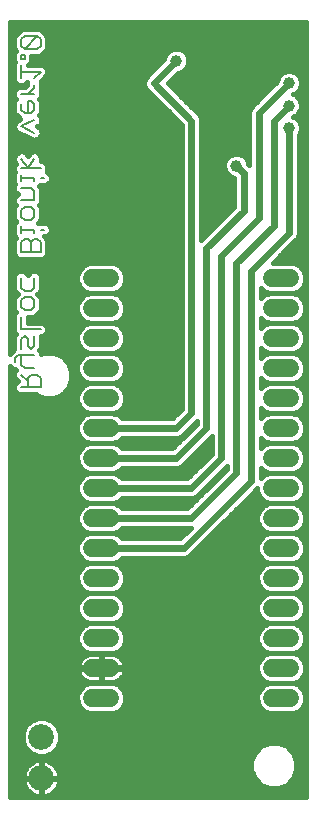
<source format=gbl>
G75*
%MOIN*%
%OFA0B0*%
%FSLAX25Y25*%
%IPPOS*%
%LPD*%
%AMOC8*
5,1,8,0,0,1.08239X$1,22.5*
%
%ADD10C,0.00600*%
%ADD11C,0.06000*%
%ADD12C,0.08600*%
%ADD13C,0.01600*%
%ADD14C,0.02400*%
%ADD15C,0.03962*%
D10*
X0015985Y0140358D02*
X0022391Y0140358D01*
X0022391Y0143561D01*
X0021323Y0144628D01*
X0019188Y0144628D01*
X0018120Y0143561D01*
X0018120Y0140358D01*
X0018120Y0142493D02*
X0015985Y0144628D01*
X0017053Y0146804D02*
X0015985Y0147871D01*
X0015985Y0151074D01*
X0014917Y0151074D02*
X0013850Y0150006D01*
X0013850Y0148939D01*
X0014917Y0151074D02*
X0020255Y0151074D01*
X0019188Y0153249D02*
X0020255Y0154317D01*
X0020255Y0157519D01*
X0022391Y0159695D02*
X0015985Y0159695D01*
X0015985Y0163965D01*
X0017053Y0166140D02*
X0015985Y0167208D01*
X0015985Y0169343D01*
X0017053Y0170410D01*
X0019188Y0170410D01*
X0020255Y0169343D01*
X0020255Y0167208D01*
X0019188Y0166140D01*
X0017053Y0166140D01*
X0017053Y0172586D02*
X0015985Y0173653D01*
X0015985Y0176856D01*
X0017053Y0172586D02*
X0019188Y0172586D01*
X0020255Y0173653D01*
X0020255Y0176856D01*
X0019188Y0185477D02*
X0019188Y0188679D01*
X0018120Y0189747D01*
X0017053Y0189747D01*
X0015985Y0188679D01*
X0015985Y0185477D01*
X0022391Y0185477D01*
X0022391Y0188679D01*
X0021323Y0189747D01*
X0020255Y0189747D01*
X0019188Y0188679D01*
X0020255Y0191922D02*
X0020255Y0192990D01*
X0015985Y0192990D01*
X0015985Y0194057D02*
X0015985Y0191922D01*
X0017053Y0196219D02*
X0015985Y0197287D01*
X0015985Y0199422D01*
X0017053Y0200489D01*
X0019188Y0200489D01*
X0020255Y0199422D01*
X0020255Y0197287D01*
X0019188Y0196219D01*
X0017053Y0196219D01*
X0015985Y0202665D02*
X0020255Y0202665D01*
X0020255Y0205867D01*
X0019188Y0206935D01*
X0015985Y0206935D01*
X0015985Y0209110D02*
X0015985Y0211245D01*
X0015985Y0210178D02*
X0020255Y0210178D01*
X0020255Y0209110D01*
X0022391Y0210178D02*
X0023458Y0210178D01*
X0022391Y0213407D02*
X0015985Y0213407D01*
X0018120Y0213407D02*
X0015985Y0216610D01*
X0018120Y0213407D02*
X0020255Y0216610D01*
X0020255Y0225224D02*
X0015985Y0227359D01*
X0020255Y0229494D01*
X0019188Y0231669D02*
X0020255Y0232737D01*
X0020255Y0234872D01*
X0019188Y0235940D01*
X0018120Y0235940D01*
X0018120Y0231669D01*
X0017053Y0231669D02*
X0019188Y0231669D01*
X0017053Y0231669D02*
X0015985Y0232737D01*
X0015985Y0234872D01*
X0015985Y0238115D02*
X0020255Y0238115D01*
X0018120Y0238115D02*
X0020255Y0240250D01*
X0020255Y0241318D01*
X0020255Y0243486D02*
X0022391Y0245621D01*
X0015985Y0245621D01*
X0015985Y0243486D02*
X0015985Y0247756D01*
X0015985Y0249932D02*
X0015985Y0250999D01*
X0017053Y0250999D01*
X0017053Y0249932D01*
X0015985Y0249932D01*
X0017053Y0253154D02*
X0015985Y0254222D01*
X0015985Y0256357D01*
X0017053Y0257425D01*
X0021323Y0257425D01*
X0017053Y0253154D01*
X0021323Y0253154D01*
X0022391Y0254222D01*
X0022391Y0256357D01*
X0021323Y0257425D01*
X0022391Y0192990D02*
X0023458Y0192990D01*
X0017053Y0157519D02*
X0015985Y0156452D01*
X0015985Y0153249D01*
X0018120Y0156452D02*
X0017053Y0157519D01*
X0018120Y0156452D02*
X0018120Y0154317D01*
X0019188Y0153249D01*
X0020255Y0146804D02*
X0017053Y0146804D01*
D11*
X0039685Y0146800D02*
X0045685Y0146800D01*
X0045685Y0136800D02*
X0039685Y0136800D01*
X0039685Y0126800D02*
X0045685Y0126800D01*
X0045685Y0116800D02*
X0039685Y0116800D01*
X0039685Y0106800D02*
X0045685Y0106800D01*
X0045685Y0096800D02*
X0039685Y0096800D01*
X0039685Y0086800D02*
X0045685Y0086800D01*
X0045685Y0076800D02*
X0039685Y0076800D01*
X0039685Y0066800D02*
X0045685Y0066800D01*
X0045685Y0056800D02*
X0039685Y0056800D01*
X0039685Y0046800D02*
X0045685Y0046800D01*
X0045685Y0036800D02*
X0039685Y0036800D01*
X0039685Y0156800D02*
X0045685Y0156800D01*
X0045685Y0166800D02*
X0039685Y0166800D01*
X0039685Y0176800D02*
X0045685Y0176800D01*
X0099685Y0176800D02*
X0105685Y0176800D01*
X0105685Y0166800D02*
X0099685Y0166800D01*
X0099685Y0156800D02*
X0105685Y0156800D01*
X0105685Y0146800D02*
X0099685Y0146800D01*
X0099685Y0136800D02*
X0105685Y0136800D01*
X0105685Y0126800D02*
X0099685Y0126800D01*
X0099685Y0116800D02*
X0105685Y0116800D01*
X0105685Y0106800D02*
X0099685Y0106800D01*
X0099685Y0096800D02*
X0105685Y0096800D01*
X0105685Y0086800D02*
X0099685Y0086800D01*
X0099685Y0076800D02*
X0105685Y0076800D01*
X0105685Y0066800D02*
X0099685Y0066800D01*
X0099685Y0056800D02*
X0105685Y0056800D01*
X0105685Y0046800D02*
X0099685Y0046800D01*
X0099685Y0036800D02*
X0105685Y0036800D01*
D12*
X0022685Y0023887D03*
X0022685Y0010107D03*
D13*
X0012185Y0003800D02*
X0012185Y0147351D01*
X0012897Y0146639D01*
X0013965Y0146639D01*
X0014354Y0146250D01*
X0013685Y0145581D01*
X0013685Y0143676D01*
X0014868Y0142493D01*
X0013685Y0141311D01*
X0013685Y0139405D01*
X0015032Y0138058D01*
X0020804Y0138058D01*
X0020930Y0137932D01*
X0023691Y0136788D01*
X0026679Y0136788D01*
X0029440Y0137932D01*
X0031553Y0140045D01*
X0032697Y0142806D01*
X0032697Y0145794D01*
X0031553Y0148555D01*
X0029440Y0150668D01*
X0026679Y0151812D01*
X0023691Y0151812D01*
X0022555Y0151341D01*
X0022555Y0152027D01*
X0021887Y0152695D01*
X0022555Y0153364D01*
X0022555Y0157395D01*
X0023343Y0157395D01*
X0024690Y0158742D01*
X0024690Y0160647D01*
X0023343Y0161995D01*
X0018285Y0161995D01*
X0018285Y0163840D01*
X0020140Y0163840D01*
X0020957Y0164657D01*
X0021208Y0164908D01*
X0021739Y0165438D01*
X0022555Y0166255D01*
X0022555Y0170295D01*
X0021353Y0171498D01*
X0021739Y0171884D01*
X0022555Y0172700D01*
X0022555Y0177809D01*
X0021208Y0179156D01*
X0019303Y0179156D01*
X0018120Y0177973D01*
X0016938Y0179156D01*
X0015032Y0179156D01*
X0013685Y0177809D01*
X0013685Y0172700D01*
X0014753Y0171633D01*
X0014753Y0171633D01*
X0014888Y0171498D01*
X0014753Y0171363D01*
X0014478Y0171089D01*
X0013685Y0170295D01*
X0013685Y0166255D01*
X0014354Y0165586D01*
X0013685Y0164918D01*
X0013685Y0158742D01*
X0014354Y0158073D01*
X0013685Y0157405D01*
X0013685Y0153094D01*
X0012897Y0152306D01*
X0012185Y0151594D01*
X0012185Y0262261D01*
X0110886Y0262261D01*
X0110886Y0003800D01*
X0012185Y0003800D01*
X0012185Y0005369D02*
X0018829Y0005369D01*
X0018711Y0005454D02*
X0019488Y0004890D01*
X0020343Y0004454D01*
X0021257Y0004157D01*
X0022205Y0004007D01*
X0022501Y0004007D01*
X0022501Y0009923D01*
X0022869Y0009923D01*
X0022869Y0004007D01*
X0023165Y0004007D01*
X0024113Y0004157D01*
X0025027Y0004454D01*
X0025882Y0004890D01*
X0026659Y0005454D01*
X0027338Y0006133D01*
X0027902Y0006910D01*
X0028338Y0007765D01*
X0028635Y0008679D01*
X0028785Y0009627D01*
X0028785Y0009923D01*
X0022869Y0009923D01*
X0022869Y0010291D01*
X0022501Y0010291D01*
X0022501Y0009923D01*
X0016585Y0009923D01*
X0016585Y0009627D01*
X0016735Y0008679D01*
X0017032Y0007765D01*
X0017468Y0006910D01*
X0018032Y0006133D01*
X0018711Y0005454D01*
X0017439Y0006967D02*
X0012185Y0006967D01*
X0012185Y0008566D02*
X0016772Y0008566D01*
X0016585Y0010291D02*
X0022501Y0010291D01*
X0022501Y0016207D01*
X0022205Y0016207D01*
X0021257Y0016057D01*
X0020343Y0015760D01*
X0019488Y0015324D01*
X0018711Y0014760D01*
X0018032Y0014081D01*
X0017468Y0013304D01*
X0017032Y0012449D01*
X0016735Y0011536D01*
X0016585Y0010587D01*
X0016585Y0010291D01*
X0016809Y0011763D02*
X0012185Y0011763D01*
X0012185Y0013361D02*
X0017509Y0013361D01*
X0018986Y0014960D02*
X0012185Y0014960D01*
X0012185Y0016558D02*
X0092990Y0016558D01*
X0092673Y0015794D02*
X0092673Y0012806D01*
X0093817Y0010045D01*
X0095930Y0007932D01*
X0098691Y0006788D01*
X0101679Y0006788D01*
X0104440Y0007932D01*
X0106553Y0010045D01*
X0107697Y0012806D01*
X0107697Y0015794D01*
X0106553Y0018555D01*
X0104440Y0020668D01*
X0101679Y0021812D01*
X0098691Y0021812D01*
X0095930Y0020668D01*
X0093817Y0018555D01*
X0092673Y0015794D01*
X0092673Y0014960D02*
X0026384Y0014960D01*
X0026659Y0014760D02*
X0025882Y0015324D01*
X0025027Y0015760D01*
X0024113Y0016057D01*
X0023165Y0016207D01*
X0022869Y0016207D01*
X0022869Y0010291D01*
X0028785Y0010291D01*
X0028785Y0010587D01*
X0028635Y0011536D01*
X0028338Y0012449D01*
X0027902Y0013304D01*
X0027338Y0014081D01*
X0026659Y0014760D01*
X0027861Y0013361D02*
X0092673Y0013361D01*
X0093105Y0011763D02*
X0028561Y0011763D01*
X0028598Y0008566D02*
X0095296Y0008566D01*
X0093767Y0010164D02*
X0022869Y0010164D01*
X0022501Y0010164D02*
X0012185Y0010164D01*
X0012185Y0018157D02*
X0020055Y0018157D01*
X0019116Y0018546D02*
X0021432Y0017587D01*
X0023938Y0017587D01*
X0026254Y0018546D01*
X0028026Y0020318D01*
X0028985Y0022633D01*
X0028985Y0025140D01*
X0028026Y0027455D01*
X0026254Y0029227D01*
X0023938Y0030187D01*
X0021432Y0030187D01*
X0019116Y0029227D01*
X0017344Y0027455D01*
X0016385Y0025140D01*
X0016385Y0022633D01*
X0017344Y0020318D01*
X0019116Y0018546D01*
X0017907Y0019755D02*
X0012185Y0019755D01*
X0012185Y0021354D02*
X0016915Y0021354D01*
X0016385Y0022952D02*
X0012185Y0022952D01*
X0012185Y0024551D02*
X0016385Y0024551D01*
X0016803Y0026149D02*
X0012185Y0026149D01*
X0012185Y0027748D02*
X0017637Y0027748D01*
X0019403Y0029346D02*
X0012185Y0029346D01*
X0012185Y0030945D02*
X0110886Y0030945D01*
X0110886Y0032543D02*
X0108474Y0032543D01*
X0108517Y0032561D02*
X0109924Y0033968D01*
X0110685Y0035805D01*
X0110685Y0037795D01*
X0109924Y0039632D01*
X0108517Y0041039D01*
X0106680Y0041800D01*
X0098690Y0041800D01*
X0096853Y0041039D01*
X0095446Y0039632D01*
X0094685Y0037795D01*
X0094685Y0035805D01*
X0095446Y0033968D01*
X0096853Y0032561D01*
X0098690Y0031800D01*
X0106680Y0031800D01*
X0108517Y0032561D01*
X0109996Y0034142D02*
X0110886Y0034142D01*
X0110886Y0035740D02*
X0110658Y0035740D01*
X0110685Y0037339D02*
X0110886Y0037339D01*
X0110886Y0038937D02*
X0110212Y0038937D01*
X0110886Y0040536D02*
X0109020Y0040536D01*
X0108517Y0042561D02*
X0109924Y0043968D01*
X0110685Y0045805D01*
X0110685Y0047795D01*
X0109924Y0049632D01*
X0108517Y0051039D01*
X0106680Y0051800D01*
X0098690Y0051800D01*
X0096853Y0051039D01*
X0095446Y0049632D01*
X0094685Y0047795D01*
X0094685Y0045805D01*
X0095446Y0043968D01*
X0096853Y0042561D01*
X0098690Y0041800D01*
X0106680Y0041800D01*
X0108517Y0042561D01*
X0107487Y0042134D02*
X0110886Y0042134D01*
X0110886Y0043733D02*
X0109689Y0043733D01*
X0110489Y0045332D02*
X0110886Y0045332D01*
X0110886Y0046930D02*
X0110685Y0046930D01*
X0110886Y0048529D02*
X0110381Y0048529D01*
X0110886Y0050127D02*
X0109429Y0050127D01*
X0110886Y0051726D02*
X0106859Y0051726D01*
X0106680Y0051800D02*
X0108517Y0052561D01*
X0109924Y0053968D01*
X0110685Y0055805D01*
X0110685Y0057795D01*
X0109924Y0059632D01*
X0108517Y0061039D01*
X0106680Y0061800D01*
X0098690Y0061800D01*
X0096853Y0061039D01*
X0095446Y0059632D01*
X0094685Y0057795D01*
X0094685Y0055805D01*
X0095446Y0053968D01*
X0096853Y0052561D01*
X0098690Y0051800D01*
X0106680Y0051800D01*
X0109280Y0053324D02*
X0110886Y0053324D01*
X0110886Y0054923D02*
X0110319Y0054923D01*
X0110685Y0056521D02*
X0110886Y0056521D01*
X0110886Y0058120D02*
X0110550Y0058120D01*
X0110886Y0059718D02*
X0109838Y0059718D01*
X0110886Y0061317D02*
X0107847Y0061317D01*
X0106680Y0061800D02*
X0108517Y0062561D01*
X0109924Y0063968D01*
X0110685Y0065805D01*
X0110685Y0067795D01*
X0109924Y0069632D01*
X0108517Y0071039D01*
X0106680Y0071800D01*
X0098690Y0071800D01*
X0096853Y0071039D01*
X0095446Y0069632D01*
X0094685Y0067795D01*
X0094685Y0065805D01*
X0095446Y0063968D01*
X0096853Y0062561D01*
X0098690Y0061800D01*
X0106680Y0061800D01*
X0108871Y0062915D02*
X0110886Y0062915D01*
X0110886Y0064514D02*
X0110150Y0064514D01*
X0110685Y0066112D02*
X0110886Y0066112D01*
X0110886Y0067711D02*
X0110685Y0067711D01*
X0110886Y0069309D02*
X0110058Y0069309D01*
X0110886Y0070908D02*
X0108648Y0070908D01*
X0108385Y0072506D02*
X0110886Y0072506D01*
X0110886Y0074105D02*
X0109981Y0074105D01*
X0109924Y0073968D02*
X0110685Y0075805D01*
X0110685Y0077795D01*
X0109924Y0079632D01*
X0108517Y0081039D01*
X0106680Y0081800D01*
X0098690Y0081800D01*
X0096853Y0081039D01*
X0095446Y0079632D01*
X0094685Y0077795D01*
X0094685Y0075805D01*
X0095446Y0073968D01*
X0096853Y0072561D01*
X0098690Y0071800D01*
X0106680Y0071800D01*
X0108517Y0072561D01*
X0109924Y0073968D01*
X0110643Y0075703D02*
X0110886Y0075703D01*
X0110886Y0077302D02*
X0110685Y0077302D01*
X0110886Y0078900D02*
X0110227Y0078900D01*
X0110886Y0080499D02*
X0109057Y0080499D01*
X0108517Y0082561D02*
X0109924Y0083968D01*
X0110685Y0085805D01*
X0110685Y0087795D01*
X0109924Y0089632D01*
X0108517Y0091039D01*
X0106680Y0091800D01*
X0098690Y0091800D01*
X0096853Y0091039D01*
X0095446Y0089632D01*
X0094685Y0087795D01*
X0094685Y0085805D01*
X0095446Y0083968D01*
X0096853Y0082561D01*
X0098690Y0081800D01*
X0106680Y0081800D01*
X0108517Y0082561D01*
X0107397Y0082097D02*
X0110886Y0082097D01*
X0110886Y0083696D02*
X0109652Y0083696D01*
X0110473Y0085294D02*
X0110886Y0085294D01*
X0110886Y0086893D02*
X0110685Y0086893D01*
X0110886Y0088491D02*
X0110396Y0088491D01*
X0110886Y0090090D02*
X0109466Y0090090D01*
X0110886Y0091688D02*
X0106949Y0091688D01*
X0106680Y0091800D02*
X0108517Y0092561D01*
X0109924Y0093968D01*
X0110685Y0095805D01*
X0110685Y0097795D01*
X0109924Y0099632D01*
X0108517Y0101039D01*
X0106680Y0101800D01*
X0098690Y0101800D01*
X0096853Y0101039D01*
X0095446Y0099632D01*
X0094685Y0097795D01*
X0094685Y0095805D01*
X0095446Y0093968D01*
X0096853Y0092561D01*
X0098690Y0091800D01*
X0106680Y0091800D01*
X0109243Y0093287D02*
X0110886Y0093287D01*
X0110886Y0094885D02*
X0110304Y0094885D01*
X0110685Y0096484D02*
X0110886Y0096484D01*
X0110886Y0098082D02*
X0110566Y0098082D01*
X0110886Y0099681D02*
X0109875Y0099681D01*
X0110886Y0101279D02*
X0107936Y0101279D01*
X0106680Y0101800D02*
X0108517Y0102561D01*
X0109924Y0103968D01*
X0110685Y0105805D01*
X0110685Y0107795D01*
X0109924Y0109632D01*
X0108517Y0111039D01*
X0106680Y0111800D01*
X0108517Y0112561D01*
X0109924Y0113968D01*
X0110685Y0115805D01*
X0110685Y0117795D01*
X0109924Y0119632D01*
X0108517Y0121039D01*
X0106680Y0121800D01*
X0108517Y0122561D01*
X0109924Y0123968D01*
X0110685Y0125805D01*
X0110685Y0127795D01*
X0109924Y0129632D01*
X0108517Y0131039D01*
X0106680Y0131800D01*
X0108517Y0132561D01*
X0109924Y0133968D01*
X0110685Y0135805D01*
X0110685Y0137795D01*
X0109924Y0139632D01*
X0108517Y0141039D01*
X0106680Y0141800D01*
X0108517Y0142561D01*
X0109924Y0143968D01*
X0110685Y0145805D01*
X0110685Y0147795D01*
X0109924Y0149632D01*
X0108517Y0151039D01*
X0106680Y0151800D01*
X0108517Y0152561D01*
X0109924Y0153968D01*
X0110685Y0155805D01*
X0110685Y0157795D01*
X0109924Y0159632D01*
X0108517Y0161039D01*
X0106680Y0161800D01*
X0108517Y0162561D01*
X0109924Y0163968D01*
X0110685Y0165805D01*
X0110685Y0167795D01*
X0109924Y0169632D01*
X0108517Y0171039D01*
X0106680Y0171800D01*
X0108517Y0172561D01*
X0109924Y0173968D01*
X0110685Y0175805D01*
X0110685Y0177795D01*
X0109924Y0179632D01*
X0108517Y0181039D01*
X0106680Y0181800D01*
X0099710Y0181800D01*
X0106998Y0189087D01*
X0107898Y0189987D01*
X0108385Y0191163D01*
X0108385Y0224370D01*
X0108560Y0224545D01*
X0109166Y0226008D01*
X0109166Y0227592D01*
X0108560Y0229055D01*
X0107440Y0230175D01*
X0106535Y0230550D01*
X0107440Y0230925D01*
X0108560Y0232045D01*
X0109166Y0233508D01*
X0109166Y0235092D01*
X0108560Y0236555D01*
X0107440Y0237675D01*
X0106535Y0238050D01*
X0107440Y0238425D01*
X0108560Y0239545D01*
X0109166Y0241008D01*
X0109166Y0242592D01*
X0108560Y0244055D01*
X0107440Y0245175D01*
X0105977Y0245781D01*
X0104393Y0245781D01*
X0102930Y0245175D01*
X0101810Y0244055D01*
X0101204Y0242592D01*
X0101204Y0242344D01*
X0093372Y0234513D01*
X0092472Y0233613D01*
X0091985Y0232437D01*
X0091985Y0214525D01*
X0091666Y0214844D01*
X0091666Y0215092D01*
X0091060Y0216555D01*
X0089940Y0217675D01*
X0088477Y0218281D01*
X0086893Y0218281D01*
X0085430Y0217675D01*
X0084310Y0216555D01*
X0083704Y0215092D01*
X0083704Y0213508D01*
X0084310Y0212045D01*
X0085430Y0210925D01*
X0086893Y0210319D01*
X0086985Y0210319D01*
X0086985Y0200625D01*
X0075885Y0189525D01*
X0075885Y0229937D01*
X0075398Y0231113D01*
X0064711Y0241800D01*
X0068229Y0245319D01*
X0068477Y0245319D01*
X0069940Y0245925D01*
X0071060Y0247045D01*
X0071666Y0248508D01*
X0071666Y0250092D01*
X0071060Y0251555D01*
X0069940Y0252675D01*
X0068477Y0253281D01*
X0066893Y0253281D01*
X0065430Y0252675D01*
X0064310Y0251555D01*
X0063704Y0250092D01*
X0063704Y0249844D01*
X0058372Y0244513D01*
X0057472Y0243613D01*
X0056985Y0242437D01*
X0056985Y0241163D01*
X0057472Y0239987D01*
X0069485Y0227975D01*
X0069485Y0133125D01*
X0066360Y0130000D01*
X0049556Y0130000D01*
X0048517Y0131039D01*
X0046680Y0131800D01*
X0048517Y0132561D01*
X0049924Y0133968D01*
X0050685Y0135805D01*
X0050685Y0137795D01*
X0049924Y0139632D01*
X0048517Y0141039D01*
X0046680Y0141800D01*
X0038690Y0141800D01*
X0036853Y0141039D01*
X0035446Y0139632D01*
X0034685Y0137795D01*
X0034685Y0135805D01*
X0035446Y0133968D01*
X0036853Y0132561D01*
X0038690Y0131800D01*
X0046680Y0131800D01*
X0038690Y0131800D01*
X0036853Y0131039D01*
X0035446Y0129632D01*
X0034685Y0127795D01*
X0034685Y0125805D01*
X0035446Y0123968D01*
X0036853Y0122561D01*
X0038690Y0121800D01*
X0036853Y0121039D01*
X0035446Y0119632D01*
X0034685Y0117795D01*
X0034685Y0115805D01*
X0035446Y0113968D01*
X0036853Y0112561D01*
X0038690Y0111800D01*
X0036853Y0111039D01*
X0035446Y0109632D01*
X0034685Y0107795D01*
X0034685Y0105805D01*
X0035446Y0103968D01*
X0036853Y0102561D01*
X0038690Y0101800D01*
X0036853Y0101039D01*
X0035446Y0099632D01*
X0034685Y0097795D01*
X0034685Y0095805D01*
X0035446Y0093968D01*
X0036853Y0092561D01*
X0038690Y0091800D01*
X0036853Y0091039D01*
X0035446Y0089632D01*
X0034685Y0087795D01*
X0034685Y0085805D01*
X0035446Y0083968D01*
X0036853Y0082561D01*
X0038690Y0081800D01*
X0036853Y0081039D01*
X0035446Y0079632D01*
X0034685Y0077795D01*
X0034685Y0075805D01*
X0035446Y0073968D01*
X0036853Y0072561D01*
X0038690Y0071800D01*
X0036853Y0071039D01*
X0035446Y0069632D01*
X0034685Y0067795D01*
X0034685Y0065805D01*
X0035446Y0063968D01*
X0036853Y0062561D01*
X0038690Y0061800D01*
X0036853Y0061039D01*
X0035446Y0059632D01*
X0034685Y0057795D01*
X0034685Y0055805D01*
X0035446Y0053968D01*
X0036853Y0052561D01*
X0038690Y0051800D01*
X0046680Y0051800D01*
X0048517Y0052561D01*
X0049924Y0053968D01*
X0050685Y0055805D01*
X0050685Y0057795D01*
X0049924Y0059632D01*
X0048517Y0061039D01*
X0046680Y0061800D01*
X0038690Y0061800D01*
X0046680Y0061800D01*
X0048517Y0062561D01*
X0049924Y0063968D01*
X0050685Y0065805D01*
X0050685Y0067795D01*
X0049924Y0069632D01*
X0048517Y0071039D01*
X0046680Y0071800D01*
X0038690Y0071800D01*
X0046680Y0071800D01*
X0048517Y0072561D01*
X0049924Y0073968D01*
X0050685Y0075805D01*
X0050685Y0077795D01*
X0049924Y0079632D01*
X0048517Y0081039D01*
X0046680Y0081800D01*
X0038690Y0081800D01*
X0046680Y0081800D01*
X0048517Y0082561D01*
X0049556Y0083600D01*
X0070822Y0083600D01*
X0071998Y0084087D01*
X0094498Y0106587D01*
X0094685Y0106775D01*
X0094685Y0105805D01*
X0095446Y0103968D01*
X0096853Y0102561D01*
X0098690Y0101800D01*
X0106680Y0101800D01*
X0108834Y0102878D02*
X0110886Y0102878D01*
X0110886Y0104476D02*
X0110135Y0104476D01*
X0110685Y0106075D02*
X0110886Y0106075D01*
X0110886Y0107673D02*
X0110685Y0107673D01*
X0110886Y0109272D02*
X0110073Y0109272D01*
X0110886Y0110870D02*
X0108686Y0110870D01*
X0108295Y0112469D02*
X0110886Y0112469D01*
X0110886Y0114068D02*
X0109965Y0114068D01*
X0110627Y0115666D02*
X0110886Y0115666D01*
X0110886Y0117265D02*
X0110685Y0117265D01*
X0110886Y0118863D02*
X0110242Y0118863D01*
X0110886Y0120462D02*
X0109095Y0120462D01*
X0107307Y0122060D02*
X0110886Y0122060D01*
X0110886Y0123659D02*
X0109615Y0123659D01*
X0110458Y0125257D02*
X0110886Y0125257D01*
X0110886Y0126856D02*
X0110685Y0126856D01*
X0110886Y0128454D02*
X0110412Y0128454D01*
X0110886Y0130053D02*
X0109503Y0130053D01*
X0110886Y0131651D02*
X0107039Y0131651D01*
X0106680Y0131800D02*
X0098690Y0131800D01*
X0106680Y0131800D01*
X0109206Y0133250D02*
X0110886Y0133250D01*
X0110886Y0134848D02*
X0110289Y0134848D01*
X0110685Y0136447D02*
X0110886Y0136447D01*
X0110886Y0138045D02*
X0110581Y0138045D01*
X0110886Y0139644D02*
X0109912Y0139644D01*
X0110886Y0141242D02*
X0108026Y0141242D01*
X0106680Y0141800D02*
X0098690Y0141800D01*
X0096853Y0142561D01*
X0095885Y0143529D01*
X0095885Y0140071D01*
X0096853Y0141039D01*
X0098690Y0141800D01*
X0106680Y0141800D01*
X0108797Y0142841D02*
X0110886Y0142841D01*
X0110886Y0144439D02*
X0110119Y0144439D01*
X0110685Y0146038D02*
X0110886Y0146038D01*
X0110886Y0147636D02*
X0110685Y0147636D01*
X0110886Y0149235D02*
X0110088Y0149235D01*
X0110886Y0150833D02*
X0108723Y0150833D01*
X0108205Y0152432D02*
X0110886Y0152432D01*
X0110886Y0154030D02*
X0109950Y0154030D01*
X0110612Y0155629D02*
X0110886Y0155629D01*
X0110886Y0157227D02*
X0110685Y0157227D01*
X0110886Y0158826D02*
X0110258Y0158826D01*
X0110886Y0160424D02*
X0109132Y0160424D01*
X0110886Y0162023D02*
X0107218Y0162023D01*
X0106680Y0161800D02*
X0098690Y0161800D01*
X0096853Y0162561D01*
X0095885Y0163529D01*
X0095885Y0160071D01*
X0096853Y0161039D01*
X0098690Y0161800D01*
X0106680Y0161800D01*
X0109577Y0163621D02*
X0110886Y0163621D01*
X0110886Y0165220D02*
X0110442Y0165220D01*
X0110685Y0166818D02*
X0110886Y0166818D01*
X0110886Y0168417D02*
X0110427Y0168417D01*
X0110886Y0170015D02*
X0109541Y0170015D01*
X0110886Y0171614D02*
X0107129Y0171614D01*
X0106680Y0171800D02*
X0098690Y0171800D01*
X0096853Y0172561D01*
X0095885Y0173529D01*
X0095885Y0170071D01*
X0096853Y0171039D01*
X0098690Y0171800D01*
X0106680Y0171800D01*
X0109169Y0173212D02*
X0110886Y0173212D01*
X0110886Y0174811D02*
X0110273Y0174811D01*
X0110685Y0176409D02*
X0110886Y0176409D01*
X0110886Y0178008D02*
X0110597Y0178008D01*
X0110886Y0179606D02*
X0109935Y0179606D01*
X0110886Y0181205D02*
X0108116Y0181205D01*
X0110886Y0182803D02*
X0100714Y0182803D01*
X0102313Y0184402D02*
X0110886Y0184402D01*
X0110886Y0186001D02*
X0103911Y0186001D01*
X0105510Y0187599D02*
X0110886Y0187599D01*
X0110886Y0189198D02*
X0107108Y0189198D01*
X0108233Y0190796D02*
X0110886Y0190796D01*
X0110886Y0192395D02*
X0108385Y0192395D01*
X0108385Y0193993D02*
X0110886Y0193993D01*
X0110886Y0195592D02*
X0108385Y0195592D01*
X0108385Y0197190D02*
X0110886Y0197190D01*
X0110886Y0198789D02*
X0108385Y0198789D01*
X0108385Y0200387D02*
X0110886Y0200387D01*
X0110886Y0201986D02*
X0108385Y0201986D01*
X0108385Y0203584D02*
X0110886Y0203584D01*
X0110886Y0205183D02*
X0108385Y0205183D01*
X0108385Y0206781D02*
X0110886Y0206781D01*
X0110886Y0208380D02*
X0108385Y0208380D01*
X0108385Y0209978D02*
X0110886Y0209978D01*
X0110886Y0211577D02*
X0108385Y0211577D01*
X0108385Y0213175D02*
X0110886Y0213175D01*
X0110886Y0214774D02*
X0108385Y0214774D01*
X0108385Y0216372D02*
X0110886Y0216372D01*
X0110886Y0217971D02*
X0108385Y0217971D01*
X0108385Y0219569D02*
X0110886Y0219569D01*
X0110886Y0221168D02*
X0108385Y0221168D01*
X0108385Y0222766D02*
X0110886Y0222766D01*
X0110886Y0224365D02*
X0108385Y0224365D01*
X0109148Y0225963D02*
X0110886Y0225963D01*
X0110886Y0227562D02*
X0109166Y0227562D01*
X0108455Y0229160D02*
X0110886Y0229160D01*
X0110886Y0230759D02*
X0107039Y0230759D01*
X0108689Y0232357D02*
X0110886Y0232357D01*
X0110886Y0233956D02*
X0109166Y0233956D01*
X0108975Y0235554D02*
X0110886Y0235554D01*
X0110886Y0237153D02*
X0107962Y0237153D01*
X0107767Y0238751D02*
X0110886Y0238751D01*
X0110886Y0240350D02*
X0108893Y0240350D01*
X0109166Y0241948D02*
X0110886Y0241948D01*
X0110886Y0243547D02*
X0108771Y0243547D01*
X0107470Y0245145D02*
X0110886Y0245145D01*
X0110886Y0246744D02*
X0070759Y0246744D01*
X0071598Y0248342D02*
X0110886Y0248342D01*
X0110886Y0249941D02*
X0071666Y0249941D01*
X0071067Y0251539D02*
X0110886Y0251539D01*
X0110886Y0253138D02*
X0068822Y0253138D01*
X0066548Y0253138D02*
X0024559Y0253138D01*
X0024690Y0253269D02*
X0024690Y0257310D01*
X0023897Y0258103D01*
X0023623Y0258377D01*
X0023623Y0258377D01*
X0022276Y0259725D01*
X0016100Y0259725D01*
X0015283Y0258908D01*
X0014753Y0258377D01*
X0014502Y0258126D01*
X0013685Y0257310D01*
X0013685Y0253269D01*
X0014344Y0252610D01*
X0013685Y0251952D01*
X0013685Y0248979D01*
X0013820Y0248844D01*
X0013685Y0248709D01*
X0013685Y0242533D01*
X0015032Y0241186D01*
X0016938Y0241186D01*
X0017955Y0242204D01*
X0017955Y0241203D01*
X0017167Y0240415D01*
X0015032Y0240415D01*
X0013685Y0239067D01*
X0013685Y0237162D01*
X0014354Y0236493D01*
X0013685Y0235825D01*
X0013685Y0231784D01*
X0014753Y0230717D01*
X0015688Y0229782D01*
X0015103Y0229489D01*
X0014354Y0229240D01*
X0014271Y0229073D01*
X0014104Y0228990D01*
X0013855Y0228241D01*
X0013502Y0227535D01*
X0013561Y0227359D01*
X0013502Y0227182D01*
X0013855Y0226477D01*
X0014104Y0225728D01*
X0014271Y0225645D01*
X0014354Y0225478D01*
X0015103Y0225229D01*
X0020079Y0222741D01*
X0021886Y0223343D01*
X0022739Y0225047D01*
X0022136Y0226855D01*
X0021128Y0227359D01*
X0022136Y0227863D01*
X0022739Y0229671D01*
X0021973Y0231202D01*
X0022555Y0231784D01*
X0022555Y0235825D01*
X0021887Y0236493D01*
X0022555Y0237162D01*
X0022555Y0239067D01*
X0022440Y0239182D01*
X0022555Y0239297D01*
X0022555Y0242270D01*
X0022424Y0242402D01*
X0023343Y0243321D01*
X0024690Y0244669D01*
X0024690Y0246574D01*
X0023343Y0247921D01*
X0018295Y0247921D01*
X0019353Y0248979D01*
X0019353Y0250854D01*
X0022276Y0250854D01*
X0023343Y0251922D01*
X0024690Y0253269D01*
X0024690Y0254737D02*
X0110886Y0254737D01*
X0110886Y0256335D02*
X0024690Y0256335D01*
X0024067Y0257934D02*
X0110886Y0257934D01*
X0110886Y0259532D02*
X0022468Y0259532D01*
X0022961Y0251539D02*
X0064304Y0251539D01*
X0063704Y0249941D02*
X0019353Y0249941D01*
X0018716Y0248342D02*
X0062202Y0248342D01*
X0060604Y0246744D02*
X0024520Y0246744D01*
X0024690Y0245145D02*
X0059005Y0245145D01*
X0057445Y0243547D02*
X0023569Y0243547D01*
X0022555Y0241948D02*
X0056985Y0241948D01*
X0057322Y0240350D02*
X0022555Y0240350D01*
X0022555Y0238751D02*
X0058708Y0238751D01*
X0060307Y0237153D02*
X0022546Y0237153D01*
X0022555Y0235554D02*
X0061905Y0235554D01*
X0063504Y0233956D02*
X0022555Y0233956D01*
X0022555Y0232357D02*
X0065102Y0232357D01*
X0066701Y0230759D02*
X0022194Y0230759D01*
X0022568Y0229160D02*
X0068299Y0229160D01*
X0069485Y0227562D02*
X0021534Y0227562D01*
X0022433Y0225963D02*
X0069485Y0225963D01*
X0069485Y0224365D02*
X0022397Y0224365D01*
X0020156Y0222766D02*
X0069485Y0222766D01*
X0069485Y0221168D02*
X0012185Y0221168D01*
X0012185Y0222766D02*
X0020027Y0222766D01*
X0020738Y0219052D02*
X0018870Y0218678D01*
X0018120Y0217553D01*
X0017370Y0218678D01*
X0015502Y0219052D01*
X0013917Y0217995D01*
X0013543Y0216127D01*
X0014307Y0214981D01*
X0013685Y0214360D01*
X0013685Y0212454D01*
X0013813Y0212326D01*
X0013685Y0212198D01*
X0013685Y0208157D01*
X0013820Y0208022D01*
X0013685Y0207888D01*
X0013685Y0205982D01*
X0014868Y0204800D01*
X0013685Y0203617D01*
X0013685Y0201712D01*
X0014354Y0201043D01*
X0013685Y0200374D01*
X0013685Y0196334D01*
X0014347Y0195672D01*
X0013685Y0195010D01*
X0013685Y0190969D01*
X0014354Y0190301D01*
X0013685Y0189632D01*
X0013685Y0184524D01*
X0015032Y0183177D01*
X0020140Y0183177D01*
X0021438Y0183177D01*
X0023343Y0183177D01*
X0024690Y0184524D01*
X0024690Y0189632D01*
X0023897Y0190425D01*
X0023633Y0190690D01*
X0024411Y0190690D01*
X0025758Y0192037D01*
X0025758Y0193942D01*
X0024411Y0195290D01*
X0021511Y0195290D01*
X0021739Y0195517D01*
X0022555Y0196334D01*
X0022555Y0200374D01*
X0021887Y0201043D01*
X0022555Y0201712D01*
X0022555Y0206820D01*
X0021887Y0207489D01*
X0022276Y0207878D01*
X0024411Y0207878D01*
X0025758Y0209225D01*
X0025758Y0211130D01*
X0024562Y0212326D01*
X0024690Y0212454D01*
X0024690Y0214360D01*
X0023343Y0215707D01*
X0022418Y0215707D01*
X0022698Y0216127D01*
X0022324Y0217995D01*
X0020738Y0219052D01*
X0022329Y0217971D02*
X0069485Y0217971D01*
X0069485Y0219569D02*
X0012185Y0219569D01*
X0012185Y0217971D02*
X0013912Y0217971D01*
X0013592Y0216372D02*
X0012185Y0216372D01*
X0012185Y0214774D02*
X0014099Y0214774D01*
X0013685Y0213175D02*
X0012185Y0213175D01*
X0012185Y0211577D02*
X0013685Y0211577D01*
X0013685Y0209978D02*
X0012185Y0209978D01*
X0012185Y0208380D02*
X0013685Y0208380D01*
X0013685Y0206781D02*
X0012185Y0206781D01*
X0012185Y0205183D02*
X0014485Y0205183D01*
X0013685Y0203584D02*
X0012185Y0203584D01*
X0012185Y0201986D02*
X0013685Y0201986D01*
X0013698Y0200387D02*
X0012185Y0200387D01*
X0012185Y0198789D02*
X0013685Y0198789D01*
X0013685Y0197190D02*
X0012185Y0197190D01*
X0012185Y0195592D02*
X0014267Y0195592D01*
X0013685Y0193993D02*
X0012185Y0193993D01*
X0012185Y0192395D02*
X0013685Y0192395D01*
X0013858Y0190796D02*
X0012185Y0190796D01*
X0012185Y0189198D02*
X0013685Y0189198D01*
X0013685Y0187599D02*
X0012185Y0187599D01*
X0012185Y0186001D02*
X0013685Y0186001D01*
X0013807Y0184402D02*
X0012185Y0184402D01*
X0012185Y0182803D02*
X0069485Y0182803D01*
X0069485Y0181205D02*
X0048116Y0181205D01*
X0048517Y0181039D02*
X0046680Y0181800D01*
X0038690Y0181800D01*
X0036853Y0181039D01*
X0035446Y0179632D01*
X0034685Y0177795D01*
X0034685Y0175805D01*
X0035446Y0173968D01*
X0036853Y0172561D01*
X0038690Y0171800D01*
X0036853Y0171039D01*
X0035446Y0169632D01*
X0034685Y0167795D01*
X0034685Y0165805D01*
X0035446Y0163968D01*
X0036853Y0162561D01*
X0038690Y0161800D01*
X0036853Y0161039D01*
X0035446Y0159632D01*
X0034685Y0157795D01*
X0034685Y0155805D01*
X0035446Y0153968D01*
X0036853Y0152561D01*
X0038690Y0151800D01*
X0036853Y0151039D01*
X0035446Y0149632D01*
X0034685Y0147795D01*
X0034685Y0145805D01*
X0035446Y0143968D01*
X0036853Y0142561D01*
X0038690Y0141800D01*
X0046680Y0141800D01*
X0048517Y0142561D01*
X0049924Y0143968D01*
X0050685Y0145805D01*
X0050685Y0147795D01*
X0049924Y0149632D01*
X0048517Y0151039D01*
X0046680Y0151800D01*
X0038690Y0151800D01*
X0046680Y0151800D01*
X0048517Y0152561D01*
X0049924Y0153968D01*
X0050685Y0155805D01*
X0050685Y0157795D01*
X0049924Y0159632D01*
X0048517Y0161039D01*
X0046680Y0161800D01*
X0038690Y0161800D01*
X0046680Y0161800D01*
X0048517Y0162561D01*
X0049924Y0163968D01*
X0050685Y0165805D01*
X0050685Y0167795D01*
X0049924Y0169632D01*
X0048517Y0171039D01*
X0046680Y0171800D01*
X0038690Y0171800D01*
X0046680Y0171800D01*
X0048517Y0172561D01*
X0049924Y0173968D01*
X0050685Y0175805D01*
X0050685Y0177795D01*
X0049924Y0179632D01*
X0048517Y0181039D01*
X0049935Y0179606D02*
X0069485Y0179606D01*
X0069485Y0178008D02*
X0050597Y0178008D01*
X0050685Y0176409D02*
X0069485Y0176409D01*
X0069485Y0174811D02*
X0050273Y0174811D01*
X0049169Y0173212D02*
X0069485Y0173212D01*
X0069485Y0171614D02*
X0047129Y0171614D01*
X0049541Y0170015D02*
X0069485Y0170015D01*
X0069485Y0168417D02*
X0050427Y0168417D01*
X0050685Y0166818D02*
X0069485Y0166818D01*
X0069485Y0165220D02*
X0050442Y0165220D01*
X0049577Y0163621D02*
X0069485Y0163621D01*
X0069485Y0162023D02*
X0047218Y0162023D01*
X0049132Y0160424D02*
X0069485Y0160424D01*
X0069485Y0158826D02*
X0050258Y0158826D01*
X0050685Y0157227D02*
X0069485Y0157227D01*
X0069485Y0155629D02*
X0050612Y0155629D01*
X0049950Y0154030D02*
X0069485Y0154030D01*
X0069485Y0152432D02*
X0048205Y0152432D01*
X0048723Y0150833D02*
X0069485Y0150833D01*
X0069485Y0149235D02*
X0050088Y0149235D01*
X0050685Y0147636D02*
X0069485Y0147636D01*
X0069485Y0146038D02*
X0050685Y0146038D01*
X0050119Y0144439D02*
X0069485Y0144439D01*
X0069485Y0142841D02*
X0048797Y0142841D01*
X0048026Y0141242D02*
X0069485Y0141242D01*
X0069485Y0139644D02*
X0049912Y0139644D01*
X0050581Y0138045D02*
X0069485Y0138045D01*
X0069485Y0136447D02*
X0050685Y0136447D01*
X0050289Y0134848D02*
X0069485Y0134848D01*
X0069485Y0133250D02*
X0049206Y0133250D01*
X0049503Y0130053D02*
X0066412Y0130053D01*
X0068011Y0131651D02*
X0047039Y0131651D01*
X0049556Y0123600D02*
X0068322Y0123600D01*
X0069498Y0124087D01*
X0074485Y0129075D01*
X0074485Y0128125D01*
X0066360Y0120000D01*
X0049556Y0120000D01*
X0048517Y0121039D01*
X0046680Y0121800D01*
X0038690Y0121800D01*
X0046680Y0121800D01*
X0048517Y0122561D01*
X0049556Y0123600D01*
X0047307Y0122060D02*
X0068420Y0122060D01*
X0068463Y0123659D02*
X0070018Y0123659D01*
X0070668Y0125257D02*
X0071617Y0125257D01*
X0072266Y0126856D02*
X0073215Y0126856D01*
X0073865Y0128454D02*
X0074485Y0128454D01*
X0077471Y0122060D02*
X0079485Y0122060D01*
X0079485Y0120462D02*
X0075872Y0120462D01*
X0077026Y0115666D02*
X0071077Y0115666D01*
X0072675Y0117265D02*
X0078624Y0117265D01*
X0079485Y0118125D02*
X0071360Y0110000D01*
X0049556Y0110000D01*
X0048517Y0111039D01*
X0046680Y0111800D01*
X0038690Y0111800D01*
X0046680Y0111800D01*
X0048517Y0112561D01*
X0049556Y0113600D01*
X0068322Y0113600D01*
X0069498Y0114087D01*
X0079485Y0124075D01*
X0079485Y0118125D01*
X0079485Y0118863D02*
X0074274Y0118863D01*
X0075427Y0114068D02*
X0069450Y0114068D01*
X0066821Y0120462D02*
X0049095Y0120462D01*
X0048295Y0112469D02*
X0073829Y0112469D01*
X0072230Y0110870D02*
X0048686Y0110870D01*
X0049556Y0103600D02*
X0073322Y0103600D01*
X0074498Y0104087D01*
X0084485Y0114075D01*
X0084485Y0113125D01*
X0071360Y0100000D01*
X0049556Y0100000D01*
X0048517Y0101039D01*
X0046680Y0101800D01*
X0038690Y0101800D01*
X0046680Y0101800D01*
X0048517Y0102561D01*
X0049556Y0103600D01*
X0048834Y0102878D02*
X0074237Y0102878D01*
X0074887Y0104476D02*
X0075836Y0104476D01*
X0076485Y0106075D02*
X0077435Y0106075D01*
X0078084Y0107673D02*
X0079033Y0107673D01*
X0079682Y0109272D02*
X0080632Y0109272D01*
X0081281Y0110870D02*
X0082230Y0110870D01*
X0082880Y0112469D02*
X0083829Y0112469D01*
X0084478Y0114068D02*
X0084485Y0114068D01*
X0079485Y0123659D02*
X0079069Y0123659D01*
X0072639Y0101279D02*
X0047936Y0101279D01*
X0049556Y0093600D02*
X0072460Y0093600D01*
X0068860Y0090000D01*
X0049556Y0090000D01*
X0048517Y0091039D01*
X0046680Y0091800D01*
X0038690Y0091800D01*
X0046680Y0091800D01*
X0048517Y0092561D01*
X0049556Y0093600D01*
X0049243Y0093287D02*
X0072146Y0093287D01*
X0070548Y0091688D02*
X0046949Y0091688D01*
X0049466Y0090090D02*
X0068949Y0090090D01*
X0071053Y0083696D02*
X0095718Y0083696D01*
X0094897Y0085294D02*
X0073205Y0085294D01*
X0074803Y0086893D02*
X0094685Y0086893D01*
X0094974Y0088491D02*
X0076402Y0088491D01*
X0078000Y0090090D02*
X0095904Y0090090D01*
X0096127Y0093287D02*
X0081197Y0093287D01*
X0079599Y0091688D02*
X0098421Y0091688D01*
X0095066Y0094885D02*
X0082796Y0094885D01*
X0084394Y0096484D02*
X0094685Y0096484D01*
X0094804Y0098082D02*
X0085993Y0098082D01*
X0087591Y0099681D02*
X0095495Y0099681D01*
X0096536Y0102878D02*
X0090788Y0102878D01*
X0089190Y0101279D02*
X0097434Y0101279D01*
X0095236Y0104476D02*
X0092387Y0104476D01*
X0093985Y0106075D02*
X0094685Y0106075D01*
X0095885Y0110071D02*
X0095885Y0113529D01*
X0096853Y0112561D01*
X0098690Y0111800D01*
X0106680Y0111800D01*
X0098690Y0111800D01*
X0096853Y0111039D01*
X0095885Y0110071D01*
X0095885Y0110870D02*
X0096684Y0110870D01*
X0097075Y0112469D02*
X0095885Y0112469D01*
X0095885Y0120071D02*
X0095885Y0123529D01*
X0096853Y0122561D01*
X0098690Y0121800D01*
X0106680Y0121800D01*
X0098690Y0121800D01*
X0096853Y0121039D01*
X0095885Y0120071D01*
X0095885Y0120462D02*
X0096276Y0120462D01*
X0095885Y0122060D02*
X0098063Y0122060D01*
X0095885Y0130071D02*
X0095885Y0133529D01*
X0096853Y0132561D01*
X0098690Y0131800D01*
X0096853Y0131039D01*
X0095885Y0130071D01*
X0095885Y0131651D02*
X0098331Y0131651D01*
X0096164Y0133250D02*
X0095885Y0133250D01*
X0095885Y0141242D02*
X0097344Y0141242D01*
X0096573Y0142841D02*
X0095885Y0142841D01*
X0095885Y0150071D02*
X0095885Y0153529D01*
X0096853Y0152561D01*
X0098690Y0151800D01*
X0106680Y0151800D01*
X0098690Y0151800D01*
X0096853Y0151039D01*
X0095885Y0150071D01*
X0095885Y0150833D02*
X0096647Y0150833D01*
X0097165Y0152432D02*
X0095885Y0152432D01*
X0095885Y0160424D02*
X0096238Y0160424D01*
X0095885Y0162023D02*
X0098152Y0162023D01*
X0098241Y0171614D02*
X0095885Y0171614D01*
X0095885Y0173212D02*
X0096202Y0173212D01*
X0086747Y0200387D02*
X0075885Y0200387D01*
X0075885Y0198789D02*
X0085148Y0198789D01*
X0086985Y0201986D02*
X0075885Y0201986D01*
X0075885Y0203584D02*
X0086985Y0203584D01*
X0086985Y0205183D02*
X0075885Y0205183D01*
X0075885Y0206781D02*
X0086985Y0206781D01*
X0086985Y0208380D02*
X0075885Y0208380D01*
X0075885Y0209978D02*
X0086985Y0209978D01*
X0084778Y0211577D02*
X0075885Y0211577D01*
X0075885Y0213175D02*
X0083842Y0213175D01*
X0083704Y0214774D02*
X0075885Y0214774D01*
X0075885Y0216372D02*
X0084234Y0216372D01*
X0086144Y0217971D02*
X0075885Y0217971D01*
X0075885Y0219569D02*
X0091985Y0219569D01*
X0091985Y0217971D02*
X0089226Y0217971D01*
X0091136Y0216372D02*
X0091985Y0216372D01*
X0091985Y0214774D02*
X0091737Y0214774D01*
X0091985Y0221168D02*
X0075885Y0221168D01*
X0075885Y0222766D02*
X0091985Y0222766D01*
X0091985Y0224365D02*
X0075885Y0224365D01*
X0075885Y0225963D02*
X0091985Y0225963D01*
X0091985Y0227562D02*
X0075885Y0227562D01*
X0075885Y0229160D02*
X0091985Y0229160D01*
X0091985Y0230759D02*
X0075544Y0230759D01*
X0074153Y0232357D02*
X0091985Y0232357D01*
X0092815Y0233956D02*
X0072555Y0233956D01*
X0070956Y0235554D02*
X0094414Y0235554D01*
X0093372Y0234513D02*
X0093372Y0234513D01*
X0096012Y0237153D02*
X0069358Y0237153D01*
X0067759Y0238751D02*
X0097611Y0238751D01*
X0099209Y0240350D02*
X0066161Y0240350D01*
X0064859Y0241948D02*
X0100808Y0241948D01*
X0101600Y0243547D02*
X0066457Y0243547D01*
X0068056Y0245145D02*
X0102900Y0245145D01*
X0110886Y0261131D02*
X0012185Y0261131D01*
X0012185Y0259532D02*
X0015907Y0259532D01*
X0014753Y0258377D02*
X0014753Y0258377D01*
X0014309Y0257934D02*
X0012185Y0257934D01*
X0012185Y0256335D02*
X0013685Y0256335D01*
X0013685Y0254737D02*
X0012185Y0254737D01*
X0012185Y0253138D02*
X0013816Y0253138D01*
X0013685Y0251539D02*
X0012185Y0251539D01*
X0012185Y0249941D02*
X0013685Y0249941D01*
X0013685Y0248342D02*
X0012185Y0248342D01*
X0012185Y0246744D02*
X0013685Y0246744D01*
X0013685Y0245145D02*
X0012185Y0245145D01*
X0012185Y0243547D02*
X0013685Y0243547D01*
X0014270Y0241948D02*
X0012185Y0241948D01*
X0012185Y0240350D02*
X0014967Y0240350D01*
X0013685Y0238751D02*
X0012185Y0238751D01*
X0012185Y0237153D02*
X0013694Y0237153D01*
X0013685Y0235554D02*
X0012185Y0235554D01*
X0012185Y0233956D02*
X0013685Y0233956D01*
X0013685Y0232357D02*
X0012185Y0232357D01*
X0012185Y0230759D02*
X0014710Y0230759D01*
X0014314Y0229160D02*
X0012185Y0229160D01*
X0012185Y0227562D02*
X0013515Y0227562D01*
X0014026Y0225963D02*
X0012185Y0225963D01*
X0012185Y0224365D02*
X0016830Y0224365D01*
X0017842Y0217971D02*
X0018398Y0217971D01*
X0022648Y0216372D02*
X0069485Y0216372D01*
X0069485Y0214774D02*
X0024277Y0214774D01*
X0024690Y0213175D02*
X0069485Y0213175D01*
X0069485Y0211577D02*
X0025312Y0211577D01*
X0025758Y0209978D02*
X0069485Y0209978D01*
X0069485Y0208380D02*
X0024913Y0208380D01*
X0022555Y0206781D02*
X0069485Y0206781D01*
X0069485Y0205183D02*
X0022555Y0205183D01*
X0022555Y0203584D02*
X0069485Y0203584D01*
X0069485Y0201986D02*
X0022555Y0201986D01*
X0022543Y0200387D02*
X0069485Y0200387D01*
X0069485Y0198789D02*
X0022555Y0198789D01*
X0022555Y0197190D02*
X0069485Y0197190D01*
X0069485Y0195592D02*
X0021813Y0195592D01*
X0024517Y0190796D02*
X0069485Y0190796D01*
X0069485Y0189198D02*
X0024690Y0189198D01*
X0024690Y0187599D02*
X0069485Y0187599D01*
X0069485Y0186001D02*
X0024690Y0186001D01*
X0024569Y0184402D02*
X0069485Y0184402D01*
X0069485Y0192395D02*
X0025758Y0192395D01*
X0025707Y0193993D02*
X0069485Y0193993D01*
X0075885Y0193993D02*
X0080353Y0193993D01*
X0078754Y0192395D02*
X0075885Y0192395D01*
X0075885Y0190796D02*
X0077156Y0190796D01*
X0075885Y0195592D02*
X0081951Y0195592D01*
X0083550Y0197190D02*
X0075885Y0197190D01*
X0038241Y0171614D02*
X0021469Y0171614D01*
X0022555Y0173212D02*
X0036202Y0173212D01*
X0035097Y0174811D02*
X0022555Y0174811D01*
X0022555Y0176409D02*
X0034685Y0176409D01*
X0034773Y0178008D02*
X0022356Y0178008D01*
X0018155Y0178008D02*
X0018086Y0178008D01*
X0014772Y0171614D02*
X0012185Y0171614D01*
X0012185Y0173212D02*
X0013685Y0173212D01*
X0013685Y0174811D02*
X0012185Y0174811D01*
X0012185Y0176409D02*
X0013685Y0176409D01*
X0013884Y0178008D02*
X0012185Y0178008D01*
X0012185Y0179606D02*
X0035436Y0179606D01*
X0037254Y0181205D02*
X0012185Y0181205D01*
X0014753Y0171363D02*
X0014753Y0171363D01*
X0013685Y0170015D02*
X0012185Y0170015D01*
X0012185Y0168417D02*
X0013685Y0168417D01*
X0013685Y0166818D02*
X0012185Y0166818D01*
X0012185Y0165220D02*
X0013987Y0165220D01*
X0013685Y0163621D02*
X0012185Y0163621D01*
X0012185Y0162023D02*
X0013685Y0162023D01*
X0013685Y0160424D02*
X0012185Y0160424D01*
X0012185Y0158826D02*
X0013685Y0158826D01*
X0013685Y0157227D02*
X0012185Y0157227D01*
X0012185Y0155629D02*
X0013685Y0155629D01*
X0013685Y0154030D02*
X0012185Y0154030D01*
X0012185Y0152432D02*
X0013023Y0152432D01*
X0012185Y0146038D02*
X0014142Y0146038D01*
X0013685Y0144439D02*
X0012185Y0144439D01*
X0012185Y0142841D02*
X0014520Y0142841D01*
X0013685Y0141242D02*
X0012185Y0141242D01*
X0012185Y0139644D02*
X0013685Y0139644D01*
X0012185Y0138045D02*
X0020817Y0138045D01*
X0022150Y0152432D02*
X0037165Y0152432D01*
X0036647Y0150833D02*
X0029042Y0150833D01*
X0030874Y0149235D02*
X0035282Y0149235D01*
X0034685Y0147636D02*
X0031934Y0147636D01*
X0032596Y0146038D02*
X0034685Y0146038D01*
X0035251Y0144439D02*
X0032697Y0144439D01*
X0032697Y0142841D02*
X0036573Y0142841D01*
X0037344Y0141242D02*
X0032049Y0141242D01*
X0031152Y0139644D02*
X0035458Y0139644D01*
X0034789Y0138045D02*
X0029554Y0138045D01*
X0034685Y0136447D02*
X0012185Y0136447D01*
X0012185Y0134848D02*
X0035082Y0134848D01*
X0036164Y0133250D02*
X0012185Y0133250D01*
X0012185Y0131651D02*
X0038331Y0131651D01*
X0035867Y0130053D02*
X0012185Y0130053D01*
X0012185Y0128454D02*
X0034958Y0128454D01*
X0034685Y0126856D02*
X0012185Y0126856D01*
X0012185Y0125257D02*
X0034912Y0125257D01*
X0035755Y0123659D02*
X0012185Y0123659D01*
X0012185Y0122060D02*
X0038063Y0122060D01*
X0036276Y0120462D02*
X0012185Y0120462D01*
X0012185Y0118863D02*
X0035128Y0118863D01*
X0034685Y0117265D02*
X0012185Y0117265D01*
X0012185Y0115666D02*
X0034743Y0115666D01*
X0035405Y0114068D02*
X0012185Y0114068D01*
X0012185Y0112469D02*
X0037075Y0112469D01*
X0036684Y0110870D02*
X0012185Y0110870D01*
X0012185Y0109272D02*
X0035297Y0109272D01*
X0034685Y0107673D02*
X0012185Y0107673D01*
X0012185Y0106075D02*
X0034685Y0106075D01*
X0035236Y0104476D02*
X0012185Y0104476D01*
X0012185Y0102878D02*
X0036536Y0102878D01*
X0037434Y0101279D02*
X0012185Y0101279D01*
X0012185Y0099681D02*
X0035495Y0099681D01*
X0034804Y0098082D02*
X0012185Y0098082D01*
X0012185Y0096484D02*
X0034685Y0096484D01*
X0035066Y0094885D02*
X0012185Y0094885D01*
X0012185Y0093287D02*
X0036127Y0093287D01*
X0035904Y0090090D02*
X0012185Y0090090D01*
X0012185Y0091688D02*
X0038421Y0091688D01*
X0034974Y0088491D02*
X0012185Y0088491D01*
X0012185Y0086893D02*
X0034685Y0086893D01*
X0034897Y0085294D02*
X0012185Y0085294D01*
X0012185Y0083696D02*
X0035718Y0083696D01*
X0036313Y0080499D02*
X0012185Y0080499D01*
X0012185Y0082097D02*
X0037973Y0082097D01*
X0035143Y0078900D02*
X0012185Y0078900D01*
X0012185Y0077302D02*
X0034685Y0077302D01*
X0034727Y0075703D02*
X0012185Y0075703D01*
X0012185Y0074105D02*
X0035389Y0074105D01*
X0036986Y0072506D02*
X0012185Y0072506D01*
X0012185Y0070908D02*
X0036722Y0070908D01*
X0035312Y0069309D02*
X0012185Y0069309D01*
X0012185Y0067711D02*
X0034685Y0067711D01*
X0034685Y0066112D02*
X0012185Y0066112D01*
X0012185Y0064514D02*
X0035220Y0064514D01*
X0036499Y0062915D02*
X0012185Y0062915D01*
X0012185Y0061317D02*
X0037524Y0061317D01*
X0035532Y0059718D02*
X0012185Y0059718D01*
X0012185Y0058120D02*
X0034820Y0058120D01*
X0034685Y0056521D02*
X0012185Y0056521D01*
X0012185Y0054923D02*
X0035051Y0054923D01*
X0036090Y0053324D02*
X0012185Y0053324D01*
X0012185Y0051726D02*
X0098511Y0051726D01*
X0096090Y0053324D02*
X0049280Y0053324D01*
X0050319Y0054923D02*
X0095051Y0054923D01*
X0094685Y0056521D02*
X0050685Y0056521D01*
X0050550Y0058120D02*
X0094820Y0058120D01*
X0095532Y0059718D02*
X0049838Y0059718D01*
X0048871Y0062915D02*
X0096499Y0062915D01*
X0097524Y0061317D02*
X0047847Y0061317D01*
X0050150Y0064514D02*
X0095220Y0064514D01*
X0094685Y0066112D02*
X0050685Y0066112D01*
X0050685Y0067711D02*
X0094685Y0067711D01*
X0095312Y0069309D02*
X0050058Y0069309D01*
X0048648Y0070908D02*
X0096722Y0070908D01*
X0096986Y0072506D02*
X0048385Y0072506D01*
X0049981Y0074105D02*
X0095389Y0074105D01*
X0094727Y0075703D02*
X0050643Y0075703D01*
X0050685Y0077302D02*
X0094685Y0077302D01*
X0095143Y0078900D02*
X0050227Y0078900D01*
X0049057Y0080499D02*
X0096313Y0080499D01*
X0097973Y0082097D02*
X0047397Y0082097D01*
X0046063Y0051600D02*
X0042885Y0051600D01*
X0042885Y0047000D01*
X0042485Y0047000D01*
X0042485Y0046600D01*
X0034885Y0046600D01*
X0034885Y0046422D01*
X0035003Y0045676D01*
X0035237Y0044957D01*
X0035580Y0044284D01*
X0036024Y0043673D01*
X0036558Y0043139D01*
X0037169Y0042695D01*
X0037842Y0042352D01*
X0038561Y0042118D01*
X0039307Y0042000D01*
X0042485Y0042000D01*
X0042485Y0046600D01*
X0042885Y0046600D01*
X0042885Y0042000D01*
X0046063Y0042000D01*
X0046809Y0042118D01*
X0047528Y0042352D01*
X0048201Y0042695D01*
X0048812Y0043139D01*
X0049346Y0043673D01*
X0049790Y0044284D01*
X0050133Y0044957D01*
X0050367Y0045676D01*
X0050485Y0046422D01*
X0050485Y0046600D01*
X0042885Y0046600D01*
X0042885Y0047000D01*
X0050485Y0047000D01*
X0050485Y0047178D01*
X0050367Y0047924D01*
X0050133Y0048643D01*
X0049790Y0049316D01*
X0049346Y0049927D01*
X0048812Y0050461D01*
X0048201Y0050905D01*
X0047528Y0051248D01*
X0046809Y0051482D01*
X0046063Y0051600D01*
X0042885Y0050127D02*
X0042485Y0050127D01*
X0042485Y0051600D02*
X0039307Y0051600D01*
X0038561Y0051482D01*
X0037842Y0051248D01*
X0037169Y0050905D01*
X0036558Y0050461D01*
X0036024Y0049927D01*
X0035580Y0049316D01*
X0035237Y0048643D01*
X0035003Y0047924D01*
X0034885Y0047178D01*
X0034885Y0047000D01*
X0042485Y0047000D01*
X0042485Y0051600D01*
X0042485Y0048529D02*
X0042885Y0048529D01*
X0042885Y0046930D02*
X0094685Y0046930D01*
X0094881Y0045332D02*
X0050255Y0045332D01*
X0049390Y0043733D02*
X0095681Y0043733D01*
X0096350Y0040536D02*
X0049020Y0040536D01*
X0048517Y0041039D02*
X0046680Y0041800D01*
X0038690Y0041800D01*
X0036853Y0041039D01*
X0035446Y0039632D01*
X0034685Y0037795D01*
X0034685Y0035805D01*
X0035446Y0033968D01*
X0036853Y0032561D01*
X0038690Y0031800D01*
X0046680Y0031800D01*
X0048517Y0032561D01*
X0049924Y0033968D01*
X0050685Y0035805D01*
X0050685Y0037795D01*
X0049924Y0039632D01*
X0048517Y0041039D01*
X0050212Y0038937D02*
X0095158Y0038937D01*
X0094685Y0037339D02*
X0050685Y0037339D01*
X0050658Y0035740D02*
X0094712Y0035740D01*
X0095374Y0034142D02*
X0049996Y0034142D01*
X0048474Y0032543D02*
X0096896Y0032543D01*
X0097883Y0042134D02*
X0046859Y0042134D01*
X0042885Y0042134D02*
X0042485Y0042134D01*
X0042485Y0043733D02*
X0042885Y0043733D01*
X0042885Y0045332D02*
X0042485Y0045332D01*
X0042485Y0046930D02*
X0012185Y0046930D01*
X0012185Y0045332D02*
X0035115Y0045332D01*
X0035980Y0043733D02*
X0012185Y0043733D01*
X0012185Y0042134D02*
X0038511Y0042134D01*
X0036350Y0040536D02*
X0012185Y0040536D01*
X0012185Y0038937D02*
X0035158Y0038937D01*
X0034685Y0037339D02*
X0012185Y0037339D01*
X0012185Y0035740D02*
X0034712Y0035740D01*
X0035374Y0034142D02*
X0012185Y0034142D01*
X0012185Y0032543D02*
X0036896Y0032543D01*
X0035200Y0048529D02*
X0012185Y0048529D01*
X0012185Y0050127D02*
X0036224Y0050127D01*
X0027733Y0027748D02*
X0110886Y0027748D01*
X0110886Y0029346D02*
X0025967Y0029346D01*
X0028567Y0026149D02*
X0110886Y0026149D01*
X0110886Y0024551D02*
X0028985Y0024551D01*
X0028985Y0022952D02*
X0110886Y0022952D01*
X0110886Y0021354D02*
X0102785Y0021354D01*
X0105353Y0019755D02*
X0110886Y0019755D01*
X0110886Y0018157D02*
X0106718Y0018157D01*
X0107380Y0016558D02*
X0110886Y0016558D01*
X0110886Y0014960D02*
X0107697Y0014960D01*
X0107697Y0013361D02*
X0110886Y0013361D01*
X0110886Y0011763D02*
X0107265Y0011763D01*
X0106603Y0010164D02*
X0110886Y0010164D01*
X0110886Y0008566D02*
X0105074Y0008566D01*
X0102112Y0006967D02*
X0110886Y0006967D01*
X0110886Y0005369D02*
X0026541Y0005369D01*
X0027931Y0006967D02*
X0098259Y0006967D01*
X0093652Y0018157D02*
X0025315Y0018157D01*
X0027463Y0019755D02*
X0095017Y0019755D01*
X0097585Y0021354D02*
X0028455Y0021354D01*
X0022869Y0014960D02*
X0022501Y0014960D01*
X0022501Y0013361D02*
X0022869Y0013361D01*
X0022869Y0011763D02*
X0022501Y0011763D01*
X0022501Y0008566D02*
X0022869Y0008566D01*
X0022869Y0006967D02*
X0022501Y0006967D01*
X0022501Y0005369D02*
X0022869Y0005369D01*
X0049146Y0050127D02*
X0095941Y0050127D01*
X0094989Y0048529D02*
X0050170Y0048529D01*
X0035420Y0154030D02*
X0022555Y0154030D01*
X0022555Y0155629D02*
X0034758Y0155629D01*
X0034685Y0157227D02*
X0022555Y0157227D01*
X0024690Y0158826D02*
X0035112Y0158826D01*
X0036238Y0160424D02*
X0024690Y0160424D01*
X0021520Y0165220D02*
X0034928Y0165220D01*
X0034685Y0166818D02*
X0022555Y0166818D01*
X0022555Y0168417D02*
X0034943Y0168417D01*
X0035829Y0170015D02*
X0022555Y0170015D01*
X0021208Y0164908D02*
X0021208Y0164908D01*
X0018285Y0163621D02*
X0035793Y0163621D01*
X0038152Y0162023D02*
X0018285Y0162023D01*
X0017955Y0241948D02*
X0017700Y0241948D01*
D14*
X0060185Y0241800D02*
X0072685Y0229300D01*
X0072685Y0131800D01*
X0067685Y0126800D01*
X0042685Y0126800D01*
X0042685Y0116800D02*
X0067685Y0116800D01*
X0077685Y0126800D01*
X0077685Y0186800D01*
X0090185Y0199300D01*
X0090185Y0211800D01*
X0087685Y0214300D01*
X0095185Y0196800D02*
X0095185Y0231800D01*
X0105185Y0241800D01*
X0105185Y0234300D02*
X0100185Y0229300D01*
X0100185Y0194300D01*
X0087685Y0181800D01*
X0087685Y0111800D01*
X0072685Y0096800D01*
X0042685Y0096800D01*
X0042685Y0086800D02*
X0070185Y0086800D01*
X0092685Y0109300D01*
X0092685Y0179300D01*
X0105185Y0191800D01*
X0105185Y0226800D01*
X0095185Y0196800D02*
X0082685Y0184300D01*
X0082685Y0116800D01*
X0072685Y0106800D01*
X0042685Y0106800D01*
X0060185Y0241800D02*
X0067685Y0249300D01*
D15*
X0067685Y0249300D03*
X0087685Y0214300D03*
X0105185Y0226800D03*
X0105185Y0234300D03*
X0105185Y0241800D03*
M02*

</source>
